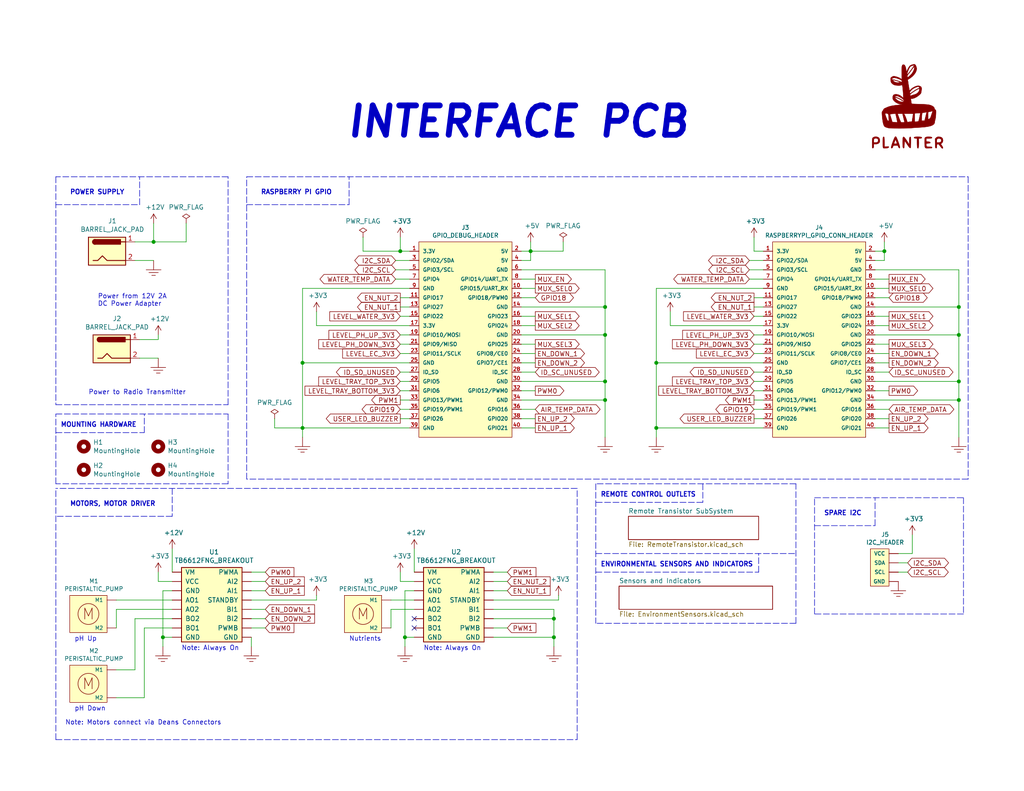
<source format=kicad_sch>
(kicad_sch (version 20211123) (generator eeschema)
  (paper "USLetter")
  (title_block (title "Interface PCB") (date "2023-01-18") (rev "1") (company "Team 48 - Planter") (comment 4 "By: Abhinav Agrahari"))
  (lib_symbols
    (symbol "AA_Custom_Components:BARREL_JACK_PAD" (pin_names (offset 1.016))
      (property "Reference" "J" (at 0 5.334 0))
      (property "Value" "BARREL_JACK_PAD" (at 0 -5.08 0))
      (symbol "BARREL_JACK_PAD_1_1"
        (pin power_in line (at 7.62 2.54 180) (length 2.54) (name "~") (number "1"))
        (pin power_in line (at 7.62 -2.54 180) (length 2.54) (name "~") (number "2"))
      )
    )
    (symbol "AA_Custom_Components:GND" (power) (pin_numbers hide) (pin_names (offset 1.016) hide)
      (property "Value" "GND" (at -2.286 -6.35 0))
      (symbol "GND_1_1"
        (pin power_in line (at 0 0 270) (length 0) hide (name "GND") (number "~"))
      )
    )
    (symbol "AA_Custom_Components:I2C_HEADER" (pin_numbers hide) (pin_names (offset 1.016))
      (property "Reference" "J" (at -5.08 7.62 0))
      (property "Value" "I2C_HEADER" (at -5.08 -6.35 0))
      (symbol "I2C_HEADER_1_1"
        (pin power_in line (at 2.54 5.08 180) (length 2.54) (name "VCC") (number "1"))
        (pin bidirectional line (at 2.54 2.54 180) (length 2.54) (name "SDA") (number "2"))
        (pin bidirectional line (at 2.54 0 180) (length 2.54) (name "SCL") (number "3"))
        (pin power_in line (at 2.54 -2.54 180) (length 2.54) (name "GND") (number "4"))
      )
    )
    (symbol "AA_Custom_Components:PERISTALTIC_PUMP" (pin_numbers hide) (pin_names (offset 1.016))
      (property "Reference" "M" (at -3.81 7.62 0))
      (property "Value" "PERISTALTIC_PUMP" (at 0 -6.35 0))
      (symbol "PERISTALTIC_PUMP_0_0"
        (text "M" (at 0 1.27 0) (effects (font (size 2.9972 2.9972))))
      )
      (symbol "PERISTALTIC_PUMP_1_1"
        (pin power_in line (at 7.62 -2.54 180) (length 2.54) (name "M2") (number "6"))
        (pin power_in line (at 7.62 5.08 180) (length 2.54) (name "M1") (number "7"))
      )
    )
    (symbol "AA_Custom_Components:RASPBERRYPI-40-PIN-GPIO" (pin_names (offset 1.016))
      (property "Reference" "J" (at -13.97 27.94 0))
      (property "Value" "RASPBERRYPI-40-PIN-GPIO" (at -13.97 -29.21 0))
      (symbol "RASPBERRYPI-40-PIN-GPIO_1_1"
        (pin power_in line (at -16.51 24.13 0) (length 2.54) (name "3.3V") (number "1"))
        (pin bidirectional line (at 13.97 13.97 180) (length 2.54) (name "GPIO15/UART_RX") (number "10"))
        (pin bidirectional line (at -16.51 11.43 0) (length 2.54) (name "GPIO17") (number "11"))
        (pin bidirectional line (at 13.97 11.43 180) (length 2.54) (name "GPIO18/PWM0") (number "12"))
        (pin bidirectional line (at -16.51 8.89 0) (length 2.54) (name "GPIO27") (number "13"))
        (pin power_in line (at 13.97 8.89 180) (length 2.54) (name "GND") (number "14"))
        (pin bidirectional line (at -16.51 6.35 0) (length 2.54) (name "GPIO22") (number "15"))
        (pin bidirectional line (at 13.97 6.35 180) (length 2.54) (name "GPIO23") (number "16"))
        (pin power_in line (at -16.51 3.81 0) (length 2.54) (name "3.3V") (number "17"))
        (pin bidirectional line (at 13.97 3.81 180) (length 2.54) (name "GPIO24") (number "18"))
        (pin bidirectional line (at -16.51 1.27 0) (length 2.54) (name "GPIO10/MOSI") (number "19"))
        (pin power_in line (at 13.97 24.13 180) (length 2.54) (name "5V") (number "2"))
        (pin power_in line (at 13.97 1.27 180) (length 2.54) (name "GND") (number "20"))
        (pin bidirectional line (at -16.51 -1.27 0) (length 2.54) (name "GPIO9/MISO") (number "21"))
        (pin bidirectional line (at 13.97 -1.27 180) (length 2.54) (name "GPIO25") (number "22"))
        (pin bidirectional line (at -16.51 -3.81 0) (length 2.54) (name "GPIO11/SCLK") (number "23"))
        (pin bidirectional line (at 13.97 -3.81 180) (length 2.54) (name "GPIO8/CE0") (number "24"))
        (pin power_in line (at -16.51 -6.35 0) (length 2.54) (name "GND") (number "25"))
        (pin bidirectional line (at 13.97 -6.35 180) (length 2.54) (name "GPIO7/CE1") (number "26"))
        (pin bidirectional line (at -16.51 -8.89 0) (length 2.54) (name "ID_SD") (number "27"))
        (pin bidirectional line (at 13.97 -8.89 180) (length 2.54) (name "ID_SC") (number "28"))
        (pin bidirectional line (at -16.51 -11.43 0) (length 2.54) (name "GPIO5") (number "29"))
        (pin bidirectional line (at -16.51 21.59 0) (length 2.54) (name "GPIO2/SDA") (number "3"))
        (pin power_in line (at 13.97 -11.43 180) (length 2.54) (name "GND") (number "30"))
        (pin bidirectional line (at -16.51 -13.97 0) (length 2.54) (name "GPIO6") (number "31"))
        (pin bidirectional line (at 13.97 -13.97 180) (length 2.54) (name "GPIO12/PWM0") (number "32"))
        (pin bidirectional line (at -16.51 -16.51 0) (length 2.54) (name "GPIO13/PWM1") (number "33"))
        (pin power_in line (at 13.97 -16.51 180) (length 2.54) (name "GND") (number "34"))
        (pin bidirectional line (at -16.51 -19.05 0) (length 2.54) (name "GPIO19/PWM1") (number "35"))
        (pin bidirectional line (at 13.97 -19.05 180) (length 2.54) (name "GPIO16") (number "36"))
        (pin bidirectional line (at -16.51 -21.59 0) (length 2.54) (name "GPIO26") (number "37"))
        (pin bidirectional line (at 13.97 -21.59 180) (length 2.54) (name "GPIO20") (number "38"))
        (pin power_in line (at -16.51 -24.13 0) (length 2.54) (name "GND") (number "39"))
        (pin power_in line (at 13.97 21.59 180) (length 2.54) (name "5V") (number "4"))
        (pin bidirectional line (at 13.97 -24.13 180) (length 2.54) (name "GPIO21") (number "40"))
        (pin bidirectional line (at -16.51 19.05 0) (length 2.54) (name "GPIO3/SCL") (number "5"))
        (pin power_in line (at 13.97 19.05 180) (length 2.54) (name "GND") (number "6"))
        (pin bidirectional line (at -16.51 16.51 0) (length 2.54) (name "GPIO4") (number "7"))
        (pin bidirectional line (at 13.97 16.51 180) (length 2.54) (name "GPIO14/UART_TX") (number "8"))
        (pin power_in line (at -16.51 13.97 0) (length 2.54) (name "GND") (number "9"))
      )
    )
    (symbol "AA_Custom_Components:TB6612FNG_BREAKOUT" (pin_numbers hide) (pin_names (offset 1.016))
      (property "Reference" "U" (at -6.35 12.7 0))
      (property "Value" "TB6612FNG_BREAKOUT" (at 10.16 -10.16 0))
      (symbol "TB6612FNG_BREAKOUT_1_1"
        (pin power_in line (at -11.43 10.16 0) (length 2.54) (name "VM") (number "1"))
        (pin input line (at 10.16 7.62 180) (length 2.54) (name "AI2") (number "10"))
        (pin input line (at 10.16 5.08 180) (length 2.54) (name "AI1") (number "11"))
        (pin input line (at 10.16 2.54 180) (length 2.54) (name "STANDBY") (number "12"))
        (pin input line (at 10.16 0 180) (length 2.54) (name "BI1") (number "13"))
        (pin input line (at 10.16 -2.54 180) (length 2.54) (name "BI2") (number "14"))
        (pin input line (at 10.16 -5.08 180) (length 2.54) (name "PWMB") (number "15"))
        (pin power_in line (at 10.16 -7.62 180) (length 2.54) (name "GND") (number "16"))
        (pin power_in line (at -11.43 7.62 0) (length 2.54) (name "VCC") (number "2"))
        (pin power_in line (at -11.43 5.08 0) (length 2.54) (name "GND") (number "3"))
        (pin power_out line (at -11.43 2.54 0) (length 2.54) (name "AO1") (number "4"))
        (pin power_out line (at -11.43 0 0) (length 2.54) (name "AO2") (number "5"))
        (pin power_out line (at -11.43 -2.54 0) (length 2.54) (name "BO2") (number "6"))
        (pin power_out line (at -11.43 -5.08 0) (length 2.54) (name "BO1") (number "7"))
        (pin power_in line (at -11.43 -7.62 0) (length 2.54) (name "GND") (number "8"))
        (pin input line (at 10.16 10.16 180) (length 2.54) (name "PWMA") (number "9"))
      )
    )
    (symbol "Interface-PCB:PLANTER_LOGO_8mm" (pin_names (offset 1.016)))
    (symbol "Mechanical:MountingHole" (pin_names (offset 1.016))
      (property "Reference" "H" (at 0 5.08 0))
      (property "Value" "MountingHole" (at 0 3.175 0))
    )
    (symbol "power:+12V" (power) (pin_names (offset 0))
      (property "Value" "+12V" (at 0 3.556 0))
      (symbol "+12V_1_1"
        (pin power_in line (at 0 0 90) (length 0) hide (name "+12V") (number "1"))
      )
    )
    (symbol "power:+3.3V" (power) (pin_names (offset 0))
      (property "Value" "+3.3V" (at 0 3.556 0))
      (symbol "+3.3V_1_1"
        (pin power_in line (at 0 0 90) (length 0) hide (name "+3V3") (number "1"))
      )
    )
    (symbol "power:+5V" (power) (pin_names (offset 0))
      (property "Value" "+5V" (at 0 3.556 0))
      (symbol "+5V_1_1"
        (pin power_in line (at 0 0 90) (length 0) hide (name "+5V") (number "1"))
      )
    )
    (symbol "power:PWR_FLAG" (power) (pin_numbers hide) (pin_names (offset 0) hide)
      (property "Value" "PWR_FLAG" (at 0 3.81 0))
      (symbol "PWR_FLAG_0_0"
        (pin power_out line (at 0 0 90) (length 0) (name "pwr") (number "1"))
      )
    )
  )
  (junction (at 179.07 99.06))
  (junction (at 261.62 91.44))
  (junction (at 82.55 116.84))
  (junction (at 109.22 68.58))
  (junction (at 165.1 83.82))
  (junction (at 41.91 66.04))
  (junction (at 110.49 173.99))
  (junction (at 82.55 99.06))
  (junction (at 44.45 173.99))
  (junction (at 151.13 173.99))
  (junction (at 165.1 104.14))
  (junction (at 151.13 168.91))
  (junction (at 261.62 109.22))
  (junction (at 165.1 109.22))
  (junction (at 261.62 83.82))
  (junction (at 179.07 116.84))
  (junction (at 241.3 68.58))
  (junction (at 261.62 104.14))
  (junction (at 165.1 91.44))
  (junction (at 144.78 68.58))
  (no_connect (at 113.03 171.45))
  (no_connect (at 113.03 168.91))
  (wire (pts (xy 39.37 171.45) (xy 39.37 190.5)))
  (wire (pts (xy 208.28 99.06) (xy 179.07 99.06)))
  (wire (pts (xy 242.57 81.28) (xy 238.76 81.28)))
  (wire (pts (xy 179.07 116.84) (xy 179.07 119.38)))
  (polyline (pts (xy 262.89 135.89) (xy 262.89 167.64)))
  (wire (pts (xy 86.36 85.09) (xy 86.36 88.9)))
  (wire (pts (xy 179.07 78.74) (xy 179.07 99.06)))
  (wire (pts (xy 134.62 166.37) (xy 151.13 166.37)))
  (wire (pts (xy 41.91 66.04) (xy 36.83 66.04)))
  (wire (pts (xy 134.62 173.99) (xy 151.13 173.99)))
  (polyline (pts (xy 15.24 48.26) (xy 15.24 110.49)))
  (wire (pts (xy 68.58 163.83) (xy 86.36 163.83)))
  (wire (pts (xy 138.43 156.21) (xy 134.62 156.21)))
  (wire (pts (xy 238.76 111.76) (xy 242.57 111.76)))
  (polyline (pts (xy 15.24 201.93) (xy 157.48 201.93)))
  (wire (pts (xy 153.67 66.04) (xy 153.67 68.58)))
  (wire (pts (xy 109.22 83.82) (xy 111.76 83.82)))
  (wire (pts (xy 144.78 66.04) (xy 144.78 68.58)))
  (wire (pts (xy 261.62 104.14) (xy 261.62 109.22)))
  (wire (pts (xy 153.67 68.58) (xy 144.78 68.58)))
  (polyline (pts (xy 207.01 156.21) (xy 207.01 151.13)))
  (wire (pts (xy 238.76 86.36) (xy 242.57 86.36)))
  (wire (pts (xy 205.74 101.6) (xy 208.28 101.6)))
  (wire (pts (xy 72.39 168.91) (xy 68.58 168.91)))
  (wire (pts (xy 43.18 91.44) (xy 43.18 92.71)))
  (wire (pts (xy 82.55 116.84) (xy 82.55 119.38)))
  (polyline (pts (xy 191.77 137.16) (xy 162.56 137.16)))
  (polyline (pts (xy 15.24 118.11) (xy 39.37 118.11)))
  (wire (pts (xy 86.36 88.9) (xy 111.76 88.9)))
  (polyline (pts (xy 15.24 110.49) (xy 62.23 110.49)))
  (wire (pts (xy 205.74 64.77) (xy 205.74 68.58)))
  (wire (pts (xy 109.22 104.14) (xy 111.76 104.14)))
  (wire (pts (xy 242.57 101.6) (xy 238.76 101.6)))
  (wire (pts (xy 165.1 109.22) (xy 165.1 119.38)))
  (polyline (pts (xy 217.17 132.08) (xy 162.56 132.08)))
  (wire (pts (xy 204.47 76.2) (xy 208.28 76.2)))
  (polyline (pts (xy 238.76 143.51) (xy 238.76 135.89)))
  (polyline (pts (xy 46.99 133.35) (xy 46.99 140.97)))
  (wire (pts (xy 205.74 93.98) (xy 208.28 93.98)))
  (wire (pts (xy 46.99 149.86) (xy 46.99 156.21)))
  (wire (pts (xy 106.68 163.83) (xy 113.03 163.83)))
  (wire (pts (xy 36.83 71.12) (xy 41.91 71.12)))
  (wire (pts (xy 151.13 173.99) (xy 151.13 176.53)))
  (wire (pts (xy 36.83 168.91) (xy 36.83 182.88)))
  (wire (pts (xy 82.55 99.06) (xy 82.55 116.84)))
  (wire (pts (xy 144.78 68.58) (xy 144.78 71.12)))
  (polyline (pts (xy 62.23 113.03) (xy 62.23 132.08)))
  (wire (pts (xy 138.43 161.29) (xy 134.62 161.29)))
  (wire (pts (xy 205.74 83.82) (xy 208.28 83.82)))
  (wire (pts (xy 238.76 116.84) (xy 242.57 116.84)))
  (wire (pts (xy 44.45 173.99) (xy 44.45 176.53)))
  (wire (pts (xy 241.3 71.12) (xy 238.76 71.12)))
  (wire (pts (xy 142.24 104.14) (xy 165.1 104.14)))
  (polyline (pts (xy 15.24 201.93) (xy 15.24 133.35)))
  (wire (pts (xy 248.92 151.13) (xy 245.11 151.13)))
  (wire (pts (xy 208.28 78.74) (xy 179.07 78.74)))
  (wire (pts (xy 107.95 73.66) (xy 111.76 73.66)))
  (wire (pts (xy 109.22 64.77) (xy 109.22 68.58)))
  (polyline (pts (xy 222.25 143.51) (xy 238.76 143.51)))
  (wire (pts (xy 43.18 92.71) (xy 38.1 92.71)))
  (wire (pts (xy 238.76 104.14) (xy 261.62 104.14)))
  (wire (pts (xy 38.1 97.79) (xy 43.18 97.79)))
  (wire (pts (xy 241.3 66.04) (xy 241.3 68.58)))
  (wire (pts (xy 238.76 109.22) (xy 261.62 109.22)))
  (wire (pts (xy 146.05 106.68) (xy 142.24 106.68)))
  (wire (pts (xy 238.76 91.44) (xy 261.62 91.44)))
  (wire (pts (xy 151.13 166.37) (xy 151.13 168.91)))
  (wire (pts (xy 151.13 168.91) (xy 151.13 173.99)))
  (polyline (pts (xy 162.56 132.08) (xy 162.56 170.18)))
  (wire (pts (xy 43.18 156.21) (xy 43.18 158.75)))
  (polyline (pts (xy 162.56 151.13) (xy 217.17 151.13)))
  (wire (pts (xy 142.24 76.2) (xy 146.05 76.2)))
  (wire (pts (xy 110.49 176.53) (xy 110.49 173.99)))
  (wire (pts (xy 110.49 173.99) (xy 110.49 161.29)))
  (wire (pts (xy 146.05 81.28) (xy 142.24 81.28)))
  (wire (pts (xy 109.22 106.68) (xy 111.76 106.68)))
  (polyline (pts (xy 67.31 48.26) (xy 264.16 48.26)))
  (wire (pts (xy 43.18 158.75) (xy 46.99 158.75)))
  (wire (pts (xy 247.65 156.21) (xy 245.11 156.21)))
  (wire (pts (xy 111.76 78.74) (xy 82.55 78.74)))
  (wire (pts (xy 261.62 109.22) (xy 261.62 119.38)))
  (wire (pts (xy 165.1 83.82) (xy 165.1 91.44)))
  (wire (pts (xy 248.92 146.05) (xy 248.92 151.13)))
  (wire (pts (xy 72.39 158.75) (xy 68.58 158.75)))
  (wire (pts (xy 165.1 104.14) (xy 165.1 109.22)))
  (wire (pts (xy 41.91 66.04) (xy 50.8 66.04)))
  (wire (pts (xy 74.93 116.84) (xy 82.55 116.84)))
  (polyline (pts (xy 264.16 130.81) (xy 67.31 130.81)))
  (wire (pts (xy 205.74 111.76) (xy 208.28 111.76)))
  (wire (pts (xy 205.74 104.14) (xy 208.28 104.14)))
  (wire (pts (xy 106.68 166.37) (xy 113.03 166.37)))
  (wire (pts (xy 109.22 114.3) (xy 111.76 114.3)))
  (wire (pts (xy 205.74 68.58) (xy 208.28 68.58)))
  (wire (pts (xy 241.3 68.58) (xy 241.3 71.12)))
  (wire (pts (xy 31.75 171.45) (xy 31.75 166.37)))
  (wire (pts (xy 238.76 88.9) (xy 242.57 88.9)))
  (wire (pts (xy 247.65 153.67) (xy 245.11 153.67)))
  (polyline (pts (xy 157.48 201.93) (xy 157.48 133.35)))
  (wire (pts (xy 242.57 106.68) (xy 238.76 106.68)))
  (wire (pts (xy 72.39 166.37) (xy 68.58 166.37)))
  (wire (pts (xy 238.76 78.74) (xy 242.57 78.74)))
  (wire (pts (xy 142.24 73.66) (xy 165.1 73.66)))
  (wire (pts (xy 142.24 86.36) (xy 146.05 86.36)))
  (polyline (pts (xy 217.17 170.18) (xy 162.56 170.18)))
  (wire (pts (xy 50.8 60.96) (xy 50.8 66.04)))
  (wire (pts (xy 146.05 93.98) (xy 142.24 93.98)))
  (wire (pts (xy 109.22 158.75) (xy 113.03 158.75)))
  (polyline (pts (xy 38.1 55.88) (xy 38.1 48.26)))
  (wire (pts (xy 109.22 109.22) (xy 111.76 109.22)))
  (wire (pts (xy 74.93 114.3) (xy 74.93 116.84)))
  (wire (pts (xy 86.36 162.56) (xy 86.36 163.83)))
  (wire (pts (xy 238.76 96.52) (xy 242.57 96.52)))
  (wire (pts (xy 138.43 158.75) (xy 134.62 158.75)))
  (wire (pts (xy 99.06 68.58) (xy 109.22 68.58)))
  (wire (pts (xy 109.22 93.98) (xy 111.76 93.98)))
  (wire (pts (xy 204.47 71.12) (xy 208.28 71.12)))
  (wire (pts (xy 111.76 116.84) (xy 82.55 116.84)))
  (wire (pts (xy 99.06 64.77) (xy 99.06 68.58)))
  (wire (pts (xy 106.68 171.45) (xy 106.68 166.37)))
  (wire (pts (xy 68.58 173.99) (xy 68.58 176.53)))
  (wire (pts (xy 107.95 76.2) (xy 111.76 76.2)))
  (wire (pts (xy 238.76 76.2) (xy 242.57 76.2)))
  (wire (pts (xy 182.88 88.9) (xy 208.28 88.9)))
  (polyline (pts (xy 222.25 167.64) (xy 222.25 135.89)))
  (wire (pts (xy 261.62 73.66) (xy 261.62 83.82)))
  (wire (pts (xy 134.62 163.83) (xy 152.4 163.83)))
  (wire (pts (xy 46.99 171.45) (xy 39.37 171.45)))
  (wire (pts (xy 110.49 173.99) (xy 113.03 173.99)))
  (wire (pts (xy 134.62 168.91) (xy 151.13 168.91)))
  (wire (pts (xy 165.1 73.66) (xy 165.1 83.82)))
  (polyline (pts (xy 162.56 156.21) (xy 207.01 156.21)))
  (wire (pts (xy 238.76 83.82) (xy 261.62 83.82)))
  (wire (pts (xy 205.74 114.3) (xy 208.28 114.3)))
  (wire (pts (xy 142.24 83.82) (xy 165.1 83.82)))
  (wire (pts (xy 205.74 109.22) (xy 208.28 109.22)))
  (polyline (pts (xy 46.99 140.97) (xy 15.24 140.97)))
  (wire (pts (xy 111.76 99.06) (xy 82.55 99.06)))
  (polyline (pts (xy 15.24 132.08) (xy 15.24 113.03)))
  (polyline (pts (xy 15.24 55.88) (xy 38.1 55.88)))
  (polyline (pts (xy 62.23 110.49) (xy 62.23 48.26)))
  (wire (pts (xy 204.47 73.66) (xy 208.28 73.66)))
  (wire (pts (xy 109.22 81.28) (xy 111.76 81.28)))
  (wire (pts (xy 205.74 86.36) (xy 208.28 86.36)))
  (polyline (pts (xy 157.48 133.35) (xy 15.24 133.35)))
  (wire (pts (xy 261.62 91.44) (xy 261.62 104.14)))
  (polyline (pts (xy 67.31 130.81) (xy 67.31 48.26)))
  (wire (pts (xy 31.75 166.37) (xy 46.99 166.37)))
  (wire (pts (xy 142.24 91.44) (xy 165.1 91.44)))
  (wire (pts (xy 179.07 99.06) (xy 179.07 116.84)))
  (wire (pts (xy 41.91 60.96) (xy 41.91 66.04)))
  (wire (pts (xy 72.39 161.29) (xy 68.58 161.29)))
  (polyline (pts (xy 262.89 167.64) (xy 222.25 167.64)))
  (wire (pts (xy 142.24 109.22) (xy 165.1 109.22)))
  (wire (pts (xy 238.76 114.3) (xy 242.57 114.3)))
  (wire (pts (xy 82.55 78.74) (xy 82.55 99.06)))
  (wire (pts (xy 109.22 101.6) (xy 111.76 101.6)))
  (wire (pts (xy 142.24 114.3) (xy 146.05 114.3)))
  (wire (pts (xy 44.45 161.29) (xy 44.45 173.99)))
  (wire (pts (xy 46.99 173.99) (xy 44.45 173.99)))
  (wire (pts (xy 144.78 71.12) (xy 142.24 71.12)))
  (polyline (pts (xy 15.24 113.03) (xy 62.23 113.03)))
  (wire (pts (xy 205.74 91.44) (xy 208.28 91.44)))
  (polyline (pts (xy 95.25 55.88) (xy 95.25 48.26)))
  (wire (pts (xy 208.28 116.84) (xy 179.07 116.84)))
  (wire (pts (xy 261.62 83.82) (xy 261.62 91.44)))
  (wire (pts (xy 146.05 101.6) (xy 142.24 101.6)))
  (polyline (pts (xy 217.17 170.18) (xy 217.17 132.08)))
  (wire (pts (xy 107.95 71.12) (xy 111.76 71.12)))
  (wire (pts (xy 165.1 91.44) (xy 165.1 104.14)))
  (wire (pts (xy 46.99 168.91) (xy 36.83 168.91)))
  (wire (pts (xy 138.43 171.45) (xy 134.62 171.45)))
  (wire (pts (xy 110.49 161.29) (xy 113.03 161.29)))
  (wire (pts (xy 142.24 99.06) (xy 146.05 99.06)))
  (wire (pts (xy 144.78 68.58) (xy 142.24 68.58)))
  (wire (pts (xy 109.22 91.44) (xy 111.76 91.44)))
  (polyline (pts (xy 264.16 48.26) (xy 264.16 130.81)))
  (polyline (pts (xy 62.23 48.26) (xy 15.24 48.26)))
  (wire (pts (xy 152.4 162.56) (xy 152.4 163.83)))
  (wire (pts (xy 72.39 171.45) (xy 68.58 171.45)))
  (polyline (pts (xy 39.37 118.11) (xy 39.37 113.03)))
  (polyline (pts (xy 67.31 55.88) (xy 95.25 55.88)))
  (wire (pts (xy 113.03 149.86) (xy 113.03 156.21)))
  (wire (pts (xy 109.22 68.58) (xy 111.76 68.58)))
  (wire (pts (xy 238.76 99.06) (xy 242.57 99.06)))
  (polyline (pts (xy 191.77 132.08) (xy 191.77 137.16)))
  (wire (pts (xy 31.75 190.5) (xy 39.37 190.5)))
  (wire (pts (xy 241.3 68.58) (xy 238.76 68.58)))
  (wire (pts (xy 109.22 96.52) (xy 111.76 96.52)))
  (wire (pts (xy 109.22 156.21) (xy 109.22 158.75)))
  (wire (pts (xy 238.76 73.66) (xy 261.62 73.66)))
  (wire (pts (xy 142.24 116.84) (xy 146.05 116.84)))
  (wire (pts (xy 142.24 111.76) (xy 146.05 111.76)))
  (wire (pts (xy 36.83 182.88) (xy 31.75 182.88)))
  (wire (pts (xy 109.22 111.76) (xy 111.76 111.76)))
  (wire (pts (xy 142.24 78.74) (xy 146.05 78.74)))
  (wire (pts (xy 31.75 163.83) (xy 46.99 163.83)))
  (wire (pts (xy 142.24 88.9) (xy 146.05 88.9)))
  (wire (pts (xy 72.39 156.21) (xy 68.58 156.21)))
  (wire (pts (xy 46.99 161.29) (xy 44.45 161.29)))
  (wire (pts (xy 205.74 106.68) (xy 208.28 106.68)))
  (wire (pts (xy 142.24 96.52) (xy 146.05 96.52)))
  (wire (pts (xy 205.74 96.52) (xy 208.28 96.52)))
  (wire (pts (xy 205.74 81.28) (xy 208.28 81.28)))
  (polyline (pts (xy 222.25 135.89) (xy 262.89 135.89)))
  (wire (pts (xy 109.22 86.36) (xy 111.76 86.36)))
  (polyline (pts (xy 62.23 132.08) (xy 15.24 132.08)))
  (wire (pts (xy 242.57 93.98) (xy 238.76 93.98)))
  (wire (pts (xy 182.88 85.09) (xy 182.88 88.9)))
  (text "pH Down" (at 20.32 194.31 0) (effects (font (size 1.27 1.27)) (justify left bottom)))
  (text "Power from 12V 2A \nDC Power Adapter" (at 26.67 83.82 0) (effects (font (size 1.27 1.27)) (justify left bottom)))
  (text "pH Up" (at 20.32 175.26 0) (effects (font (size 1.27 1.27)) (justify left bottom)))
  (text "Note: Motors connect via Deans Connectors" (at 17.78 198.12 0) (effects (font (size 1.27 1.27)) (justify left bottom)))
  (text "Note: Always On" (at 115.57 177.8 0) (effects (font (size 1.27 1.27)) (justify left bottom)))
  (text "MOUNTING HARDWARE" (at 16.51 116.84 0) (effects (font (size 1.27 1.27) (thickness 0.254) bold) (justify left bottom)))
  (text "Note: Always On" (at 49.53 177.8 0) (effects (font (size 1.27 1.27)) (justify left bottom)))
  (text "REMOTE CONTROL OUTLETS" (at 163.83 135.89 0) (effects (font (size 1.27 1.27) (thickness 0.254) bold) (justify left bottom)))
  (text "MOTORS, MOTOR DRIVER" (at 19.05 138.43 0) (effects (font (size 1.27 1.27) (thickness 0.254) bold) (justify left bottom)))
  (text "RASPBERRY PI GPIO" (at 71.12 53.34 0) (effects (font (size 1.27 1.27) (thickness 0.254) bold) (justify left bottom)))
  (text "POWER SUPPLY" (at 19.05 53.34 0) (effects (font (size 1.27 1.27) (thickness 0.254) bold) (justify left bottom)))
  (text "ENVIRONMENTAL SENSORS AND INDICATORS" (at 163.83 154.94 0) (effects (font (size 1.27 1.27) (thickness 0.254) bold) (justify left bottom)))
  (text "SPARE I2C" (at 224.79 140.97 0) (effects (font (size 1.27 1.27) (thickness 0.254) bold) (justify left bottom)))
  (text "Power to Radio Transmitter" (at 24.13 107.95 0) (effects (font (size 1.27 1.27)) (justify left bottom)))
  (text "INTERFACE PCB" (at 93.98 38.1 0) (effects (font (size 8.001 8.001) (thickness 1.6002) bold italic) (justify left bottom)))
  (text "Nutrients" (at 95.25 175.26 0) (effects (font (size 1.27 1.27)) (justify left bottom)))
  (global_label "LEVEL_TRAY_BOTTOM_3V3" (shape input) (at 205.74 106.68 180) (property "Intersheet References" "${INTERSHEET_REFS}" (effects hide)))
  (global_label "USER_LED_BUZZER" (shape output) (at 205.74 114.3 180) (property "Intersheet References" "${INTERSHEET_REFS}" (effects hide)))
  (global_label "EN_DOWN_2" (shape output) (at 242.57 99.06 0) (property "Intersheet References" "${INTERSHEET_REFS}" (effects hide)))
  (global_label "LEVEL_WATER_3V3" (shape input) (at 205.74 86.36 180) (property "Intersheet References" "${INTERSHEET_REFS}" (effects hide)))
  (global_label "LEVEL_WATER_3V3" (shape input) (at 109.22 86.36 180) (property "Intersheet References" "${INTERSHEET_REFS}" (effects hide)))
  (global_label "EN_UP_1" (shape input) (at 72.39 161.29 0) (property "Intersheet References" "${INTERSHEET_REFS}" (effects hide)))
  (global_label "EN_NUT_2" (shape output) (at 205.74 81.28 180) (property "Intersheet References" "${INTERSHEET_REFS}" (effects hide)))
  (global_label "I2C_SCL" (shape bidirectional) (at 247.65 156.21 0) (property "Intersheet References" "${INTERSHEET_REFS}" (effects hide)))
  (global_label "ID_SC_UNUSED" (shape bidirectional) (at 146.05 101.6 0) (property "Intersheet References" "${INTERSHEET_REFS}" (effects hide)))
  (global_label "EN_UP_2" (shape input) (at 72.39 158.75 0) (property "Intersheet References" "${INTERSHEET_REFS}" (effects hide)))
  (global_label "LEVEL_TRAY_TOP_3V3" (shape input) (at 205.74 104.14 180) (property "Intersheet References" "${INTERSHEET_REFS}" (effects hide)))
  (global_label "ID_SD_UNUSED" (shape bidirectional) (at 109.22 101.6 180) (property "Intersheet References" "${INTERSHEET_REFS}" (effects hide)))
  (global_label "GPIO18" (shape bidirectional) (at 242.57 81.28 0) (property "Intersheet References" "${INTERSHEET_REFS}" (effects hide)))
  (global_label "EN_NUT_2" (shape input) (at 138.43 158.75 0) (property "Intersheet References" "${INTERSHEET_REFS}" (effects hide)))
  (global_label "EN_DOWN_1" (shape output) (at 146.05 96.52 0) (property "Intersheet References" "${INTERSHEET_REFS}" (effects hide)))
  (global_label "I2C_SDA" (shape bidirectional) (at 247.65 153.67 0) (property "Intersheet References" "${INTERSHEET_REFS}" (effects hide)))
  (global_label "LEVEL_TRAY_BOTTOM_3V3" (shape input) (at 109.22 106.68 180) (property "Intersheet References" "${INTERSHEET_REFS}" (effects hide)))
  (global_label "PWM0" (shape output) (at 242.57 106.68 0) (property "Intersheet References" "${INTERSHEET_REFS}" (effects hide)))
  (global_label "MUX_EN" (shape output) (at 146.05 76.2 0) (property "Intersheet References" "${INTERSHEET_REFS}" (effects hide)))
  (global_label "GPIO19" (shape bidirectional) (at 109.22 111.76 180) (property "Intersheet References" "${INTERSHEET_REFS}" (effects hide)))
  (global_label "LEVEL_PH_UP_3V3" (shape input) (at 109.22 91.44 180) (property "Intersheet References" "${INTERSHEET_REFS}" (effects hide)))
  (global_label "PWM1" (shape output) (at 109.22 109.22 180) (property "Intersheet References" "${INTERSHEET_REFS}" (effects hide)))
  (global_label "EN_UP_2" (shape output) (at 146.05 114.3 0) (property "Intersheet References" "${INTERSHEET_REFS}" (effects hide)))
  (global_label "GPIO18" (shape bidirectional) (at 146.05 81.28 0) (property "Intersheet References" "${INTERSHEET_REFS}" (effects hide)))
  (global_label "LEVEL_PH_UP_3V3" (shape input) (at 205.74 91.44 180) (property "Intersheet References" "${INTERSHEET_REFS}" (effects hide)))
  (global_label "EN_NUT_1" (shape input) (at 138.43 161.29 0) (property "Intersheet References" "${INTERSHEET_REFS}" (effects hide)))
  (global_label "LEVEL_PH_DOWN_3V3" (shape input) (at 109.22 93.98 180) (property "Intersheet References" "${INTERSHEET_REFS}" (effects hide)))
  (global_label "I2C_SCL" (shape bidirectional) (at 107.95 73.66 180) (property "Intersheet References" "${INTERSHEET_REFS}" (effects hide)))
  (global_label "MUX_SEL3" (shape output) (at 146.05 93.98 0) (property "Intersheet References" "${INTERSHEET_REFS}" (effects hide)))
  (global_label "EN_UP_1" (shape output) (at 146.05 116.84 0) (property "Intersheet References" "${INTERSHEET_REFS}" (effects hide)))
  (global_label "MUX_SEL2" (shape output) (at 146.05 88.9 0) (property "Intersheet References" "${INTERSHEET_REFS}" (effects hide)))
  (global_label "PWM1" (shape input) (at 138.43 156.21 0) (property "Intersheet References" "${INTERSHEET_REFS}" (effects hide)))
  (global_label "EN_DOWN_1" (shape output) (at 242.57 96.52 0) (property "Intersheet References" "${INTERSHEET_REFS}" (effects hide)))
  (global_label "EN_DOWN_2" (shape output) (at 146.05 99.06 0) (property "Intersheet References" "${INTERSHEET_REFS}" (effects hide)))
  (global_label "I2C_SCL" (shape bidirectional) (at 204.47 73.66 180) (property "Intersheet References" "${INTERSHEET_REFS}" (effects hide)))
  (global_label "ID_SD_UNUSED" (shape bidirectional) (at 205.74 101.6 180) (property "Intersheet References" "${INTERSHEET_REFS}" (effects hide)))
  (global_label "I2C_SDA" (shape bidirectional) (at 107.95 71.12 180) (property "Intersheet References" "${INTERSHEET_REFS}" (effects hide)))
  (global_label "MUX_SEL0" (shape output) (at 146.05 78.74 0) (property "Intersheet References" "${INTERSHEET_REFS}" (effects hide)))
  (global_label "AIR_TEMP_DATA" (shape bidirectional) (at 146.05 111.76 0) (property "Intersheet References" "${INTERSHEET_REFS}" (effects hide)))
  (global_label "USER_LED_BUZZER" (shape output) (at 109.22 114.3 180) (property "Intersheet References" "${INTERSHEET_REFS}" (effects hide)))
  (global_label "MUX_SEL3" (shape output) (at 242.57 93.98 0) (property "Intersheet References" "${INTERSHEET_REFS}" (effects hide)))
  (global_label "PWM0" (shape input) (at 72.39 171.45 0) (property "Intersheet References" "${INTERSHEET_REFS}" (effects hide)))
  (global_label "MUX_SEL2" (shape output) (at 242.57 88.9 0) (property "Intersheet References" "${INTERSHEET_REFS}" (effects hide)))
  (global_label "WATER_TEMP_DATA" (shape bidirectional) (at 204.47 76.2 180) (property "Intersheet References" "${INTERSHEET_REFS}" (effects hide)))
  (global_label "PWM1" (shape output) (at 205.74 109.22 180) (property "Intersheet References" "${INTERSHEET_REFS}" (effects hide)))
  (global_label "EN_UP_1" (shape output) (at 242.57 116.84 0) (property "Intersheet References" "${INTERSHEET_REFS}" (effects hide)))
  (global_label "EN_UP_2" (shape output) (at 242.57 114.3 0) (property "Intersheet References" "${INTERSHEET_REFS}" (effects hide)))
  (global_label "AIR_TEMP_DATA" (shape bidirectional) (at 242.57 111.76 0) (property "Intersheet References" "${INTERSHEET_REFS}" (effects hide)))
  (global_label "EN_NUT_2" (shape output) (at 109.22 81.28 180) (property "Intersheet References" "${INTERSHEET_REFS}" (effects hide)))
  (global_label "PWM0" (shape input) (at 72.39 156.21 0) (property "Intersheet References" "${INTERSHEET_REFS}" (effects hide)))
  (global_label "EN_NUT_1" (shape output) (at 205.74 83.82 180) (property "Intersheet References" "${INTERSHEET_REFS}" (effects hide)))
  (global_label "ID_SC_UNUSED" (shape bidirectional) (at 242.57 101.6 0) (property "Intersheet References" "${INTERSHEET_REFS}" (effects hide)))
  (global_label "MUX_SEL1" (shape output) (at 242.57 86.36 0) (property "Intersheet References" "${INTERSHEET_REFS}" (effects hide)))
  (global_label "EN_NUT_1" (shape output) (at 109.22 83.82 180) (property "Intersheet References" "${INTERSHEET_REFS}" (effects hide)))
  (global_label "EN_DOWN_2" (shape input) (at 72.39 168.91 0) (property "Intersheet References" "${INTERSHEET_REFS}" (effects hide)))
  (global_label "LEVEL_PH_DOWN_3V3" (shape input) (at 205.74 93.98 180) (property "Intersheet References" "${INTERSHEET_REFS}" (effects hide)))
  (global_label "WATER_TEMP_DATA" (shape bidirectional) (at 107.95 76.2 180) (property "Intersheet References" "${INTERSHEET_REFS}" (effects hide)))
  (global_label "MUX_SEL0" (shape output) (at 242.57 78.74 0) (property "Intersheet References" "${INTERSHEET_REFS}" (effects hide)))
  (global_label "EN_DOWN_1" (shape input) (at 72.39 166.37 0) (property "Intersheet References" "${INTERSHEET_REFS}" (effects hide)))
  (global_label "GPIO19" (shape bidirectional) (at 205.74 111.76 180) (property "Intersheet References" "${INTERSHEET_REFS}" (effects hide)))
  (global_label "PWM1" (shape input) (at 138.43 171.45 0) (property "Intersheet References" "${INTERSHEET_REFS}" (effects hide)))
  (global_label "MUX_SEL1" (shape output) (at 146.05 86.36 0) (property "Intersheet References" "${INTERSHEET_REFS}" (effects hide)))
  (global_label "PWM0" (shape output) (at 146.05 106.68 0) (property "Intersheet References" "${INTERSHEET_REFS}" (effects hide)))
  (global_label "LEVEL_EC_3V3" (shape input) (at 205.74 96.52 180) (property "Intersheet References" "${INTERSHEET_REFS}" (effects hide)))
  (global_label "LEVEL_TRAY_TOP_3V3" (shape input) (at 109.22 104.14 180) (property "Intersheet References" "${INTERSHEET_REFS}" (effects hide)))
  (global_label "MUX_EN" (shape output) (at 242.57 76.2 0) (property "Intersheet References" "${INTERSHEET_REFS}" (effects hide)))
  (global_label "LEVEL_EC_3V3" (shape input) (at 109.22 96.52 180) (property "Intersheet References" "${INTERSHEET_REFS}" (effects hide)))
  (global_label "I2C_SDA" (shape bidirectional) (at 204.47 71.12 180) (property "Intersheet References" "${INTERSHEET_REFS}" (effects hide)))
  (symbol (lib_id "power:+12V") (at 46.99 149.86 0) (unit 1)
    (property "Reference" "#PWR04" (effects hide))
    (property "Value" "+12V" (at 47.371 145.4658 0))
  )
  (symbol (lib_id "power:+12V") (at 41.91 60.96 0) (unit 1)
    (property "Reference" "#PWR01" (effects hide))
    (property "Value" "+12V" (at 42.291 56.5658 0))
  )
  (symbol (lib_id "power:+3.3V") (at 205.74 64.77 0) (unit 1)
    (property "Reference" "#PWR013" (effects hide))
    (property "Value" "+3.3V" (at 206.121 60.3758 0))
  )
  (symbol (lib_id "power:+5V") (at 241.3 66.04 0) (unit 1)
    (property "Reference" "#PWR014" (effects hide))
    (property "Value" "+5V" (at 241.681 61.6458 0))
  )
  (symbol (lib_id "AA_Custom_Components:RASPBERRYPI-40-PIN-GPIO") (at 224.79 92.71 0) (unit 1)
    (property "Reference" "J4" (at 223.52 62.1284 0) (effects (font (size 1.143 1.143))))
    (property "Value" "RASPBERRYPI_GPIO_CONN_HEADER" (at 223.52 64.262 0) (effects (font (size 1.143 1.143))))
    (property "Footprint" "Connector_PinHeader_2.54mm:PinHeader_2x21_P2.54mm_Vertical" (effects hide))
  )
  (symbol (lib_id "AA_Custom_Components:I2C_HEADER") (at 242.57 156.21 0) (unit 1)
    (property "Reference" "J5" (at 241.5032 145.9484 0) (effects (font (size 1.143 1.143))))
    (property "Value" "I2C_HEADER" (at 241.5032 148.082 0) (effects (font (size 1.143 1.143))))
    (property "Footprint" "Connector_JST:JST_XH_B4B-XH-A_1x04_P2.50mm_Vertical" (effects hide))
  )
  (symbol (lib_id "power:+3.3V") (at 248.92 146.05 0) (unit 1)
    (property "Reference" "#PWR015" (effects hide))
    (property "Value" "+3.3V" (at 249.301 141.6558 0))
  )
  (symbol (lib_id "AA_Custom_Components:TB6612FNG_BREAKOUT") (at 58.42 166.37 0) (unit 1)
    (property "Reference" "U1" (at 58.42 150.6982 0))
    (property "Value" "TB6612FNG_BREAKOUT" (at 58.42 153.0096 0))
    (property "Footprint" "digikey-footprints:DIP-16_W7.62mm" (effects hide))
  )
  (symbol (lib_id "AA_Custom_Components:PERISTALTIC_PUMP") (at 24.13 168.91 0) (unit 1)
    (property "Reference" "M1" (at 25.6032 158.6484 0) (effects (font (size 1.143 1.143))))
    (property "Value" "PERISTALTIC_PUMP" (at 25.6032 160.782 0) (effects (font (size 1.143 1.143))))
    (property "Footprint" "TestPoint:TestPoint_2Pads_Pitch5.08mm_Drill1.3mm" (effects hide))
  )
  (symbol (lib_id "power:+3.3V") (at 43.18 156.21 0) (unit 1)
    (property "Reference" "#PWR03" (effects hide))
    (property "Value" "+3.3V" (at 43.561 151.8158 0))
  )
  (symbol (lib_id "AA_Custom_Components:PERISTALTIC_PUMP") (at 24.13 187.96 0) (unit 1)
    (property "Reference" "M2" (at 25.6032 177.6984 0) (effects (font (size 1.143 1.143))))
    (property "Value" "PERISTALTIC_PUMP" (at 25.6032 179.832 0) (effects (font (size 1.143 1.143))))
    (property "Footprint" "TestPoint:TestPoint_2Pads_Pitch5.08mm_Drill1.3mm" (effects hide))
  )
  (symbol (lib_id "power:+3.3V") (at 86.36 162.56 0) (unit 1)
    (property "Reference" "#PWR06" (effects hide))
    (property "Value" "+3.3V" (at 86.741 158.1658 0))
  )
  (symbol (lib_id "power:+12V") (at 113.03 149.86 0) (unit 1)
    (property "Reference" "#PWR09" (effects hide))
    (property "Value" "+12V" (at 113.411 145.4658 0))
  )
  (symbol (lib_id "AA_Custom_Components:TB6612FNG_BREAKOUT") (at 124.46 166.37 0) (unit 1)
    (property "Reference" "U2" (at 124.46 150.6982 0))
    (property "Value" "TB6612FNG_BREAKOUT" (at 124.46 153.0096 0))
    (property "Footprint" "digikey-footprints:DIP-16_W7.62mm" (effects hide))
  )
  (symbol (lib_id "AA_Custom_Components:PERISTALTIC_PUMP") (at 99.06 168.91 0) (unit 1)
    (property "Reference" "M3" (at 100.5332 158.6484 0) (effects (font (size 1.143 1.143))))
    (property "Value" "PERISTALTIC_PUMP" (at 100.5332 160.782 0) (effects (font (size 1.143 1.143))))
    (property "Footprint" "TestPoint:TestPoint_2Pads_Pitch5.08mm_Drill1.3mm" (effects hide))
  )
  (symbol (lib_id "power:+3.3V") (at 109.22 156.21 0) (unit 1)
    (property "Reference" "#PWR08" (effects hide))
    (property "Value" "+3.3V" (at 109.601 151.8158 0))
  )
  (symbol (lib_id "power:+3.3V") (at 152.4 162.56 0) (unit 1)
    (property "Reference" "#PWR011" (effects hide))
    (property "Value" "+3.3V" (at 152.781 158.1658 0))
  )
  (symbol (lib_id "AA_Custom_Components:BARREL_JACK_PAD") (at 29.21 68.58 0) (unit 1)
    (property "Reference" "J1" (at 30.6578 60.325 0))
    (property "Value" "BARREL_JACK_PAD" (at 30.6578 62.6364 0))
    (property "Footprint" "TestPoint:TestPoint_2Pads_Pitch5.08mm_Drill1.3mm" (effects hide))
  )
  (symbol (lib_id "power:+12V") (at 43.18 91.44 0) (unit 1)
    (property "Reference" "#PWR02" (effects hide))
    (property "Value" "+12V" (at 43.561 87.0458 0))
  )
  (symbol (lib_id "AA_Custom_Components:BARREL_JACK_PAD") (at 30.48 95.25 0) (unit 1)
    (property "Reference" "J2" (at 31.9278 86.995 0))
    (property "Value" "BARREL_JACK_PAD" (at 31.9278 89.3064 0))
    (property "Footprint" "TestPoint:TestPoint_2Pads_Pitch5.08mm_Drill1.3mm" (effects hide))
  )
  (symbol (lib_id "Mechanical:MountingHole") (at 22.86 121.92 0) (unit 1)
    (property "Reference" "H1" (at 25.4 120.7516 0) (effects (justify left)))
    (property "Value" "MountingHole" (at 25.4 123.063 0) (effects (justify left)))
    (property "Footprint" "MountingHole:MountingHole_3.2mm_M3_Pad" (effects hide))
  )
  (symbol (lib_id "Mechanical:MountingHole") (at 43.18 121.92 0) (unit 1)
    (property "Reference" "H3" (at 45.72 120.7516 0) (effects (justify left)))
    (property "Value" "MountingHole" (at 45.72 123.063 0) (effects (justify left)))
    (property "Footprint" "MountingHole:MountingHole_3.2mm_M3_Pad" (effects hide))
  )
  (symbol (lib_id "Mechanical:MountingHole") (at 22.86 128.27 0) (unit 1)
    (property "Reference" "H2" (at 25.4 127.1016 0) (effects (justify left)))
    (property "Value" "MountingHole" (at 25.4 129.413 0) (effects (justify left)))
    (property "Footprint" "MountingHole:MountingHole_3.2mm_M3_Pad" (effects hide))
  )
  (symbol (lib_id "power:+3.3V") (at 182.88 85.09 0) (unit 1)
    (property "Reference" "#PWR012" (effects hide))
    (property "Value" "+3.3V" (at 183.261 80.6958 0))
  )
  (symbol (lib_id "Mechanical:MountingHole") (at 43.18 128.27 0) (unit 1)
    (property "Reference" "H4" (at 45.72 127.1016 0) (effects (justify left)))
    (property "Value" "MountingHole" (at 45.72 129.413 0) (effects (justify left)))
    (property "Footprint" "MountingHole:MountingHole_3.2mm_M3_Pad" (effects hide))
  )
  (symbol (lib_id "power:+3.3V") (at 109.22 64.77 0) (unit 1)
    (property "Reference" "#PWR07" (effects hide))
    (property "Value" "+3.3V" (at 109.601 60.3758 0))
  )
  (symbol (lib_id "power:+5V") (at 144.78 66.04 0) (unit 1)
    (property "Reference" "#PWR010" (effects hide))
    (property "Value" "+5V" (at 145.161 61.6458 0))
  )
  (symbol (lib_id "AA_Custom_Components:RASPBERRYPI-40-PIN-GPIO") (at 128.27 92.71 0) (unit 1)
    (property "Reference" "J3" (at 127 62.1284 0) (effects (font (size 1.143 1.143))))
    (property "Value" "GPIO_DEBUG_HEADER" (at 127 64.262 0) (effects (font (size 1.143 1.143))))
    (property "Footprint" "Connector_PinHeader_2.54mm:PinHeader_2x21_P2.54mm_Vertical" (effects hide))
  )
  (symbol (lib_id "power:+3.3V") (at 86.36 85.09 0) (unit 1)
    (property "Reference" "#PWR05" (effects hide))
    (property "Value" "+3.3V" (at 86.741 80.6958 0))
  )
  (symbol (lib_id "power:PWR_FLAG") (at 153.67 66.04 0) (unit 1)
    (property "Reference" "#FLG04" (effects hide))
    (property "Value" "PWR_FLAG" (at 153.67 61.6458 0))
  )
  (symbol (lib_id "power:PWR_FLAG") (at 99.06 64.77 0) (unit 1)
    (property "Reference" "#FLG03" (effects hide))
    (property "Value" "PWR_FLAG" (at 99.06 60.3758 0))
  )
  (symbol (lib_id "power:PWR_FLAG") (at 50.8 60.96 0) (unit 1)
    (property "Reference" "#FLG01" (effects hide))
    (property "Value" "PWR_FLAG" (at 50.8 56.5658 0))
  )
  (symbol (lib_id "power:PWR_FLAG") (at 74.93 114.3 0) (unit 1)
    (property "Reference" "#FLG02" (effects hide))
    (property "Value" "PWR_FLAG" (at 74.93 109.9058 0))
  )
  (symbol (lib_id "AA_Custom_Components:GND") (at 82.55 119.38 0) (unit 1)
    (property "Reference" "#GND05" (effects hide))
    (property "Value" "GND" (effects hide))
    (property "Footprint" "XXX-00000" (effects hide))
  )
  (symbol (lib_id "AA_Custom_Components:GND") (at 165.1 119.38 0) (unit 1)
    (property "Reference" "#GND08" (effects hide))
    (property "Value" "GND" (effects hide))
    (property "Footprint" "XXX-00000" (effects hide))
  )
  (symbol (lib_id "AA_Custom_Components:GND") (at 179.07 119.38 0) (unit 1)
    (property "Reference" "#GND09" (effects hide))
    (property "Value" "GND" (effects hide))
    (property "Footprint" "XXX-00000" (effects hide))
  )
  (symbol (lib_id "AA_Custom_Components:GND") (at 261.62 119.38 0) (unit 1)
    (property "Reference" "#GND011" (effects hide))
    (property "Value" "GND" (effects hide))
    (property "Footprint" "XXX-00000" (effects hide))
  )
  (symbol (lib_id "AA_Custom_Components:GND") (at 43.18 97.79 0) (unit 1)
    (property "Reference" "#GND02" (effects hide))
    (property "Value" "GND" (effects hide))
    (property "Footprint" "XXX-00000" (effects hide))
  )
  (symbol (lib_id "AA_Custom_Components:GND") (at 41.91 71.12 0) (unit 1)
    (property "Reference" "#GND01" (effects hide))
    (property "Value" "GND" (effects hide))
    (property "Footprint" "XXX-00000" (effects hide))
  )
  (symbol (lib_id "AA_Custom_Components:GND") (at 68.58 176.53 0) (unit 1)
    (property "Reference" "#GND04" (effects hide))
    (property "Value" "GND" (effects hide))
    (property "Footprint" "XXX-00000" (effects hide))
  )
  (symbol (lib_id "AA_Custom_Components:GND") (at 44.45 176.53 0) (unit 1)
    (property "Reference" "#GND03" (effects hide))
    (property "Value" "GND" (effects hide))
    (property "Footprint" "XXX-00000" (effects hide))
  )
  (symbol (lib_id "AA_Custom_Components:GND") (at 151.13 176.53 0) (unit 1)
    (property "Reference" "#GND07" (effects hide))
    (property "Value" "GND" (effects hide))
    (property "Footprint" "XXX-00000" (effects hide))
  )
  (symbol (lib_id "AA_Custom_Components:GND") (at 110.49 176.53 0) (unit 1)
    (property "Reference" "#GND06" (effects hide))
    (property "Value" "GND" (effects hide))
    (property "Footprint" "XXX-00000" (effects hide))
  )
  (symbol (lib_id "AA_Custom_Components:GND") (at 245.11 158.75 0) (unit 1)
    (property "Reference" "#GND010" (effects hide))
    (property "Value" "GND" (effects hide))
    (property "Footprint" "XXX-00000" (effects hide))
  )
  (symbol (lib_id "Interface-PCB:PLANTER_LOGO_8mm") (at 247.65 29.21 0) (unit 1)
    (property "Reference" "#G1" (effects hide))
    (property "Value" "PLANTER_LOGO_8mm" (effects hide))
  )
  (sheet (at 171.45 140.97) (size 35.56 6.35)
    (property "Sheet name" "Remote Transistor SubSystem" (at 171.45 140.2584 0) (effects (justify left bottom)))
    (property "Sheet file" "RemoteTransistor.kicad_sch" (at 171.45 147.9046 0) (effects (justify left top)))
  )
  (sheet (at 168.91 160.02) (size 41.91 6.35)
    (property "Sheet name" "Sensors and Indicators" (at 168.91 159.3084 0) (effects (justify left bottom)))
    (property "Sheet file" "EnvironmentSensors.kicad_sch" (at 168.91 166.9546 0) (effects (justify left top)))
  )
)
</source>
